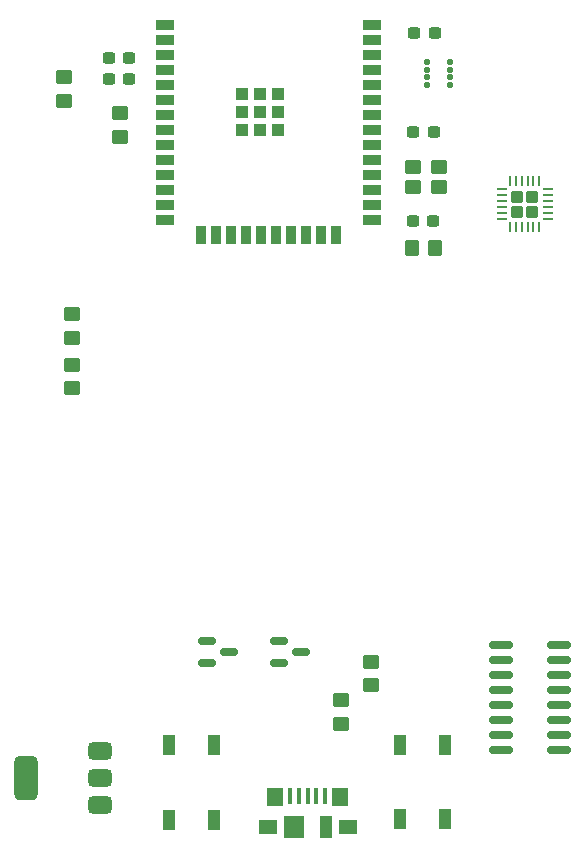
<source format=gbr>
%TF.GenerationSoftware,KiCad,Pcbnew,9.0.3*%
%TF.CreationDate,2025-07-13T04:30:12+05:30*%
%TF.ProjectId,Smart_Env_Monitoring_Node,536d6172-745f-4456-9e76-5f4d6f6e6974,rev?*%
%TF.SameCoordinates,Original*%
%TF.FileFunction,Paste,Top*%
%TF.FilePolarity,Positive*%
%FSLAX46Y46*%
G04 Gerber Fmt 4.6, Leading zero omitted, Abs format (unit mm)*
G04 Created by KiCad (PCBNEW 9.0.3) date 2025-07-13 04:30:12*
%MOMM*%
%LPD*%
G01*
G04 APERTURE LIST*
G04 Aperture macros list*
%AMRoundRect*
0 Rectangle with rounded corners*
0 $1 Rounding radius*
0 $2 $3 $4 $5 $6 $7 $8 $9 X,Y pos of 4 corners*
0 Add a 4 corners polygon primitive as box body*
4,1,4,$2,$3,$4,$5,$6,$7,$8,$9,$2,$3,0*
0 Add four circle primitives for the rounded corners*
1,1,$1+$1,$2,$3*
1,1,$1+$1,$4,$5*
1,1,$1+$1,$6,$7*
1,1,$1+$1,$8,$9*
0 Add four rect primitives between the rounded corners*
20,1,$1+$1,$2,$3,$4,$5,0*
20,1,$1+$1,$4,$5,$6,$7,0*
20,1,$1+$1,$6,$7,$8,$9,0*
20,1,$1+$1,$8,$9,$2,$3,0*%
G04 Aperture macros list end*
%ADD10R,1.650000X1.300000*%
%ADD11R,1.425000X1.550000*%
%ADD12R,1.000000X1.900000*%
%ADD13R,1.800000X1.900000*%
%ADD14R,0.450000X1.380000*%
%ADD15R,1.000000X1.700000*%
%ADD16RoundRect,0.250000X-0.450000X0.350000X-0.450000X-0.350000X0.450000X-0.350000X0.450000X0.350000X0*%
%ADD17RoundRect,0.375000X0.625000X0.375000X-0.625000X0.375000X-0.625000X-0.375000X0.625000X-0.375000X0*%
%ADD18RoundRect,0.500000X0.500000X1.400000X-0.500000X1.400000X-0.500000X-1.400000X0.500000X-1.400000X0*%
%ADD19RoundRect,0.237500X-0.300000X-0.237500X0.300000X-0.237500X0.300000X0.237500X-0.300000X0.237500X0*%
%ADD20RoundRect,0.237500X0.300000X0.237500X-0.300000X0.237500X-0.300000X-0.237500X0.300000X-0.237500X0*%
%ADD21RoundRect,0.250000X0.450000X-0.350000X0.450000X0.350000X-0.450000X0.350000X-0.450000X-0.350000X0*%
%ADD22RoundRect,0.250000X-0.450000X-0.350000X0.450000X-0.350000X0.450000X0.350000X-0.450000X0.350000X0*%
%ADD23RoundRect,0.056250X-0.188750X-0.168750X0.188750X-0.168750X0.188750X0.168750X-0.188750X0.168750X0*%
%ADD24R,1.500000X0.900000*%
%ADD25R,0.900000X1.500000*%
%ADD26R,1.050000X1.050000*%
%ADD27RoundRect,0.150000X-0.587500X-0.150000X0.587500X-0.150000X0.587500X0.150000X-0.587500X0.150000X0*%
%ADD28RoundRect,0.250000X-0.275000X-0.275000X0.275000X-0.275000X0.275000X0.275000X-0.275000X0.275000X0*%
%ADD29RoundRect,0.062500X-0.350000X-0.062500X0.350000X-0.062500X0.350000X0.062500X-0.350000X0.062500X0*%
%ADD30RoundRect,0.062500X-0.062500X-0.350000X0.062500X-0.350000X0.062500X0.350000X-0.062500X0.350000X0*%
%ADD31RoundRect,0.150000X0.825000X0.150000X-0.825000X0.150000X-0.825000X-0.150000X0.825000X-0.150000X0*%
%ADD32RoundRect,0.250000X-0.350000X-0.450000X0.350000X-0.450000X0.350000X0.450000X-0.350000X0.450000X0*%
G04 APERTURE END LIST*
D10*
%TO.C,J1*%
X143327500Y-145845000D03*
D11*
X142632500Y-143265000D03*
D12*
X141502500Y-145845000D03*
D13*
X138802500Y-145845000D03*
D11*
X137162500Y-143275000D03*
D10*
X136577500Y-145845000D03*
D14*
X141392500Y-143185000D03*
X140642500Y-143185000D03*
X139922500Y-143185000D03*
X139152500Y-143185000D03*
X138392500Y-143185000D03*
%TD*%
D15*
%TO.C,SW2*%
X128160000Y-145210000D03*
X128160000Y-138910000D03*
X131960000Y-145210000D03*
X131960000Y-138910000D03*
%TD*%
%TO.C,SW3*%
X147710000Y-145170000D03*
X147710000Y-138870000D03*
X151510000Y-145170000D03*
X151510000Y-138870000D03*
%TD*%
D16*
%TO.C,R6*%
X145240000Y-131810000D03*
X145240000Y-133810000D03*
%TD*%
D17*
%TO.C,U2*%
X122350000Y-143980000D03*
X122350000Y-141680000D03*
D18*
X116050000Y-141680000D03*
D17*
X122350000Y-139380000D03*
%TD*%
D19*
%TO.C,C5*%
X148955000Y-78590000D03*
X150680000Y-78590000D03*
%TD*%
D20*
%TO.C,C6*%
X150560000Y-94500000D03*
X148835000Y-94500000D03*
%TD*%
D21*
%TO.C,R3*%
X119970000Y-104420000D03*
X119970000Y-102420000D03*
%TD*%
D22*
%TO.C,Y1*%
X148840000Y-91630000D03*
X151040000Y-91630000D03*
X151040000Y-89930000D03*
X148840000Y-89930000D03*
%TD*%
D23*
%TO.C,U4*%
X151930000Y-81040000D03*
X151930000Y-81690000D03*
X151930000Y-82340000D03*
X151930000Y-82990000D03*
X149990000Y-82990000D03*
X149990000Y-82340000D03*
X149990000Y-81690000D03*
X149990000Y-81040000D03*
%TD*%
D20*
%TO.C,C7*%
X150580000Y-86940000D03*
X148855000Y-86940000D03*
%TD*%
D19*
%TO.C,C3*%
X123077500Y-82500000D03*
X124802500Y-82500000D03*
%TD*%
D24*
%TO.C,U1*%
X127840000Y-77925000D03*
X127840000Y-79195000D03*
X127840000Y-80465000D03*
X127840000Y-81735000D03*
X127840000Y-83005000D03*
X127840000Y-84275000D03*
X127840000Y-85545000D03*
X127840000Y-86815000D03*
X127840000Y-88085000D03*
X127840000Y-89355000D03*
X127840000Y-90625000D03*
X127840000Y-91895000D03*
X127840000Y-93165000D03*
X127840000Y-94435000D03*
D25*
X130880000Y-95685000D03*
X132150000Y-95685000D03*
X133420000Y-95685000D03*
X134690000Y-95685000D03*
X135960000Y-95685000D03*
X137230000Y-95685000D03*
X138500000Y-95685000D03*
X139770000Y-95685000D03*
X141040000Y-95685000D03*
X142310000Y-95685000D03*
D24*
X145340000Y-94435000D03*
X145340000Y-93165000D03*
X145340000Y-91895000D03*
X145340000Y-90625000D03*
X145340000Y-89355000D03*
X145340000Y-88085000D03*
X145340000Y-86815000D03*
X145340000Y-85545000D03*
X145340000Y-84275000D03*
X145340000Y-83005000D03*
X145340000Y-81735000D03*
X145340000Y-80465000D03*
X145340000Y-79195000D03*
X145340000Y-77925000D03*
D26*
X134385000Y-83740000D03*
X134385000Y-85265000D03*
X134385000Y-86790000D03*
X135910000Y-83740000D03*
X135910000Y-85265000D03*
X135910000Y-86790000D03*
X137435000Y-83740000D03*
X137435000Y-85265000D03*
X137435000Y-86790000D03*
%TD*%
D21*
%TO.C,R4*%
X119270000Y-84310000D03*
X119270000Y-82310000D03*
%TD*%
D27*
%TO.C,Q1*%
X131365000Y-130070000D03*
X131365000Y-131970000D03*
X133240000Y-131020000D03*
%TD*%
D28*
%TO.C,U3*%
X157640000Y-92437500D03*
X157640000Y-93737500D03*
X158940000Y-92437500D03*
X158940000Y-93737500D03*
D29*
X156352500Y-91837500D03*
X156352500Y-92337500D03*
X156352500Y-92837500D03*
X156352500Y-93337500D03*
X156352500Y-93837500D03*
X156352500Y-94337500D03*
D30*
X157040000Y-95025000D03*
X157540000Y-95025000D03*
X158040000Y-95025000D03*
X158540000Y-95025000D03*
X159040000Y-95025000D03*
X159540000Y-95025000D03*
D29*
X160227500Y-94337500D03*
X160227500Y-93837500D03*
X160227500Y-93337500D03*
X160227500Y-92837500D03*
X160227500Y-92337500D03*
X160227500Y-91837500D03*
D30*
X159540000Y-91150000D03*
X159040000Y-91150000D03*
X158540000Y-91150000D03*
X158040000Y-91150000D03*
X157540000Y-91150000D03*
X157040000Y-91150000D03*
%TD*%
D20*
%TO.C,C4*%
X124792500Y-80700000D03*
X123067500Y-80700000D03*
%TD*%
D31*
%TO.C,U6*%
X161210000Y-139260000D03*
X161210000Y-137990000D03*
X161210000Y-136720000D03*
X161210000Y-135450000D03*
X161210000Y-134180000D03*
X161210000Y-132910000D03*
X161210000Y-131640000D03*
X161210000Y-130370000D03*
X156260000Y-130370000D03*
X156260000Y-131640000D03*
X156260000Y-132910000D03*
X156260000Y-134180000D03*
X156260000Y-135450000D03*
X156260000Y-136720000D03*
X156260000Y-137990000D03*
X156260000Y-139260000D03*
%TD*%
D32*
%TO.C,R1*%
X148740000Y-96820000D03*
X150740000Y-96820000D03*
%TD*%
D16*
%TO.C,R5*%
X142730000Y-135060000D03*
X142730000Y-137060000D03*
%TD*%
D21*
%TO.C,R7*%
X119930000Y-108680000D03*
X119930000Y-106680000D03*
%TD*%
D27*
%TO.C,Q2*%
X137520000Y-130060000D03*
X137520000Y-131960000D03*
X139395000Y-131010000D03*
%TD*%
D16*
%TO.C,R2*%
X124030000Y-85390000D03*
X124030000Y-87390000D03*
%TD*%
M02*

</source>
